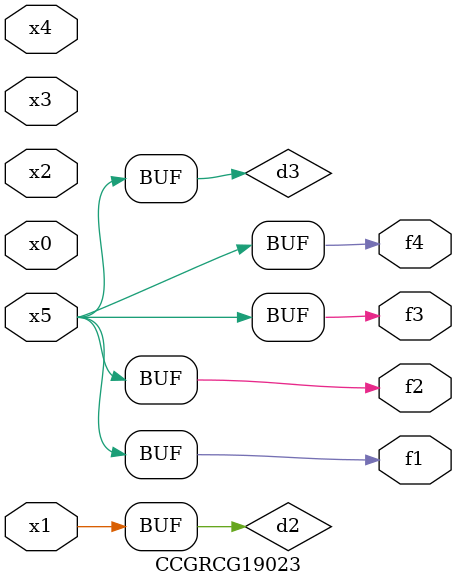
<source format=v>
module CCGRCG19023(
	input x0, x1, x2, x3, x4, x5,
	output f1, f2, f3, f4
);

	wire d1, d2, d3;

	not (d1, x5);
	or (d2, x1);
	xnor (d3, d1);
	assign f1 = d3;
	assign f2 = d3;
	assign f3 = d3;
	assign f4 = d3;
endmodule

</source>
